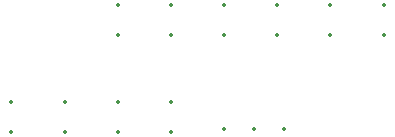
<source format=gbo>
%TF.GenerationSoftware,KiCad,Pcbnew,8.0.5*%
%TF.CreationDate,2024-12-11T18:44:50+10:00*%
%TF.ProjectId,powerSystem,706f7765-7253-4797-9374-656d2e6b6963,rev?*%
%TF.SameCoordinates,Original*%
%TF.FileFunction,Legend,Bot*%
%TF.FilePolarity,Positive*%
%FSLAX46Y46*%
G04 Gerber Fmt 4.6, Leading zero omitted, Abs format (unit mm)*
G04 Created by KiCad (PCBNEW 8.0.5) date 2024-12-11 18:44:50*
%MOMM*%
%LPD*%
G01*
G04 APERTURE LIST*
%ADD10C,0.350000*%
G04 APERTURE END LIST*
D10*
X155700000Y-99361000D03*
X155700000Y-96821000D03*
X151200000Y-99361000D03*
X151200000Y-96821000D03*
X169780000Y-99121000D03*
X167240000Y-99121000D03*
X164700000Y-99121000D03*
X160200000Y-99361000D03*
X160200000Y-96821000D03*
X155700000Y-91161000D03*
X155700000Y-88621000D03*
X178200000Y-91161000D03*
X178200000Y-88621000D03*
X164700000Y-91161000D03*
X164700000Y-88621000D03*
X146700000Y-99361000D03*
X146700000Y-96821000D03*
X173700000Y-91161000D03*
X173700000Y-88621000D03*
X169200000Y-91161000D03*
X169200000Y-88621000D03*
X160200000Y-91161000D03*
X160200000Y-88621000D03*
M02*

</source>
